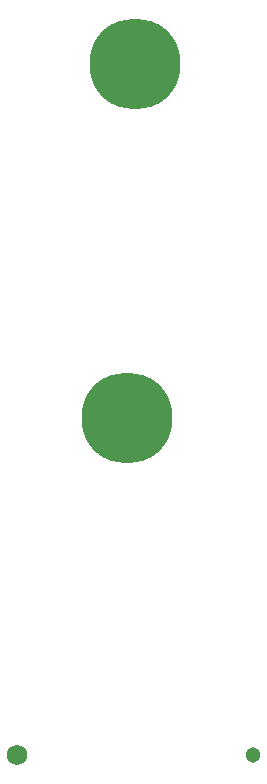
<source format=gbs>
G75*
%MOIN*%
%OFA0B0*%
%FSLAX25Y25*%
%IPPOS*%
%LPD*%
%AMOC8*
5,1,8,0,0,1.08239X$1,22.5*
%
%ADD10C,0.05131*%
%ADD11C,0.06902*%
%ADD12C,0.30328*%
D10*
X0097063Y0040370D03*
D11*
X0018323Y0040370D03*
D12*
X0055134Y0152575D03*
X0057693Y0270685D03*
M02*

</source>
